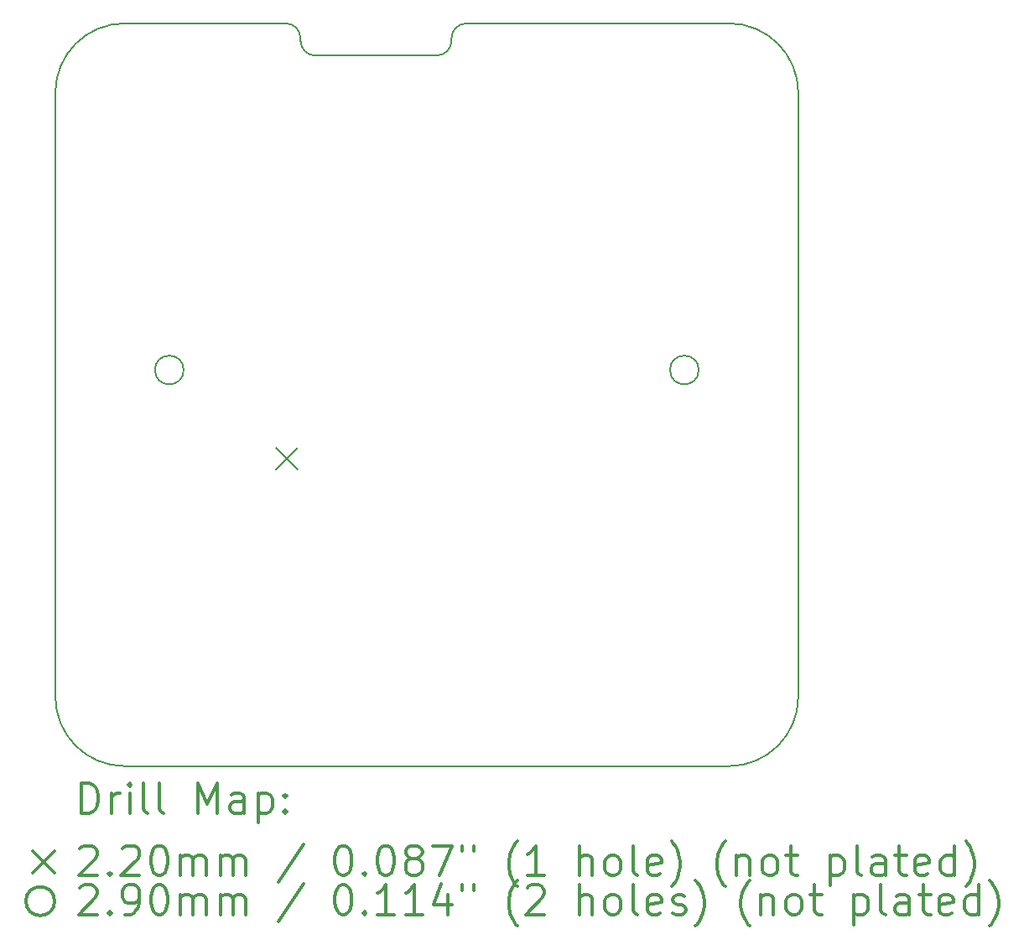
<source format=gbr>
%FSLAX45Y45*%
G04 Gerber Fmt 4.5, Leading zero omitted, Abs format (unit mm)*
G04 Created by KiCad (PCBNEW 4.0.7) date 05/11/18 23:37:20*
%MOMM*%
%LPD*%
G01*
G04 APERTURE LIST*
%ADD10C,0.127000*%
%ADD11C,0.150000*%
%ADD12C,0.200000*%
%ADD13C,0.300000*%
G04 APERTURE END LIST*
D10*
D11*
X12400000Y-7800000D02*
X12425000Y-7800000D01*
X14100000Y-7950000D02*
X14100000Y-7975000D01*
X12575000Y-7950000D02*
X12575000Y-7975000D01*
X12725000Y-8125000D02*
X13950000Y-8125000D01*
X13950000Y-8125000D02*
G75*
G03X14100000Y-7975000I0J150000D01*
G01*
X14250000Y-7800000D02*
G75*
G03X14100000Y-7950000I0J-150000D01*
G01*
X12575000Y-7975000D02*
G75*
G03X12725000Y-8125000I150000J0D01*
G01*
X12575000Y-7950000D02*
G75*
G03X12425000Y-7800000I-150000J0D01*
G01*
X10800000Y-7800000D02*
X12400000Y-7800000D01*
X14250000Y-7800000D02*
X16900000Y-7800000D01*
X10800000Y-15300000D02*
X16900000Y-15300000D01*
X10100000Y-8500000D02*
X10100000Y-14600000D01*
X17600000Y-14600000D02*
X17600000Y-8500000D01*
X17600000Y-8500000D02*
G75*
G03X16900000Y-7800000I-700000J0D01*
G01*
X10100000Y-14600000D02*
G75*
G03X10800000Y-15300000I700000J0D01*
G01*
X16900000Y-15300000D02*
G75*
G03X17600000Y-14600000I0J700000D01*
G01*
X10800000Y-7800000D02*
G75*
G03X10100000Y-8500000I0J-700000D01*
G01*
D12*
X12323300Y-12082000D02*
X12543300Y-12302000D01*
X12543300Y-12082000D02*
X12323300Y-12302000D01*
X11395000Y-11300000D02*
G75*
G03X11395000Y-11300000I-145000J0D01*
G01*
X16595000Y-11300000D02*
G75*
G03X16595000Y-11300000I-145000J0D01*
G01*
D13*
X10363929Y-15773214D02*
X10363929Y-15473214D01*
X10435357Y-15473214D01*
X10478214Y-15487500D01*
X10506786Y-15516071D01*
X10521071Y-15544643D01*
X10535357Y-15601786D01*
X10535357Y-15644643D01*
X10521071Y-15701786D01*
X10506786Y-15730357D01*
X10478214Y-15758929D01*
X10435357Y-15773214D01*
X10363929Y-15773214D01*
X10663929Y-15773214D02*
X10663929Y-15573214D01*
X10663929Y-15630357D02*
X10678214Y-15601786D01*
X10692500Y-15587500D01*
X10721071Y-15573214D01*
X10749643Y-15573214D01*
X10849643Y-15773214D02*
X10849643Y-15573214D01*
X10849643Y-15473214D02*
X10835357Y-15487500D01*
X10849643Y-15501786D01*
X10863929Y-15487500D01*
X10849643Y-15473214D01*
X10849643Y-15501786D01*
X11035357Y-15773214D02*
X11006786Y-15758929D01*
X10992500Y-15730357D01*
X10992500Y-15473214D01*
X11192500Y-15773214D02*
X11163929Y-15758929D01*
X11149643Y-15730357D01*
X11149643Y-15473214D01*
X11535357Y-15773214D02*
X11535357Y-15473214D01*
X11635357Y-15687500D01*
X11735357Y-15473214D01*
X11735357Y-15773214D01*
X12006786Y-15773214D02*
X12006786Y-15616071D01*
X11992500Y-15587500D01*
X11963928Y-15573214D01*
X11906786Y-15573214D01*
X11878214Y-15587500D01*
X12006786Y-15758929D02*
X11978214Y-15773214D01*
X11906786Y-15773214D01*
X11878214Y-15758929D01*
X11863928Y-15730357D01*
X11863928Y-15701786D01*
X11878214Y-15673214D01*
X11906786Y-15658929D01*
X11978214Y-15658929D01*
X12006786Y-15644643D01*
X12149643Y-15573214D02*
X12149643Y-15873214D01*
X12149643Y-15587500D02*
X12178214Y-15573214D01*
X12235357Y-15573214D01*
X12263928Y-15587500D01*
X12278214Y-15601786D01*
X12292500Y-15630357D01*
X12292500Y-15716071D01*
X12278214Y-15744643D01*
X12263928Y-15758929D01*
X12235357Y-15773214D01*
X12178214Y-15773214D01*
X12149643Y-15758929D01*
X12421071Y-15744643D02*
X12435357Y-15758929D01*
X12421071Y-15773214D01*
X12406786Y-15758929D01*
X12421071Y-15744643D01*
X12421071Y-15773214D01*
X12421071Y-15587500D02*
X12435357Y-15601786D01*
X12421071Y-15616071D01*
X12406786Y-15601786D01*
X12421071Y-15587500D01*
X12421071Y-15616071D01*
X9872500Y-16157500D02*
X10092500Y-16377500D01*
X10092500Y-16157500D02*
X9872500Y-16377500D01*
X10349643Y-16131786D02*
X10363929Y-16117500D01*
X10392500Y-16103214D01*
X10463929Y-16103214D01*
X10492500Y-16117500D01*
X10506786Y-16131786D01*
X10521071Y-16160357D01*
X10521071Y-16188929D01*
X10506786Y-16231786D01*
X10335357Y-16403214D01*
X10521071Y-16403214D01*
X10649643Y-16374643D02*
X10663929Y-16388929D01*
X10649643Y-16403214D01*
X10635357Y-16388929D01*
X10649643Y-16374643D01*
X10649643Y-16403214D01*
X10778214Y-16131786D02*
X10792500Y-16117500D01*
X10821071Y-16103214D01*
X10892500Y-16103214D01*
X10921071Y-16117500D01*
X10935357Y-16131786D01*
X10949643Y-16160357D01*
X10949643Y-16188929D01*
X10935357Y-16231786D01*
X10763928Y-16403214D01*
X10949643Y-16403214D01*
X11135357Y-16103214D02*
X11163929Y-16103214D01*
X11192500Y-16117500D01*
X11206786Y-16131786D01*
X11221071Y-16160357D01*
X11235357Y-16217500D01*
X11235357Y-16288929D01*
X11221071Y-16346071D01*
X11206786Y-16374643D01*
X11192500Y-16388929D01*
X11163929Y-16403214D01*
X11135357Y-16403214D01*
X11106786Y-16388929D01*
X11092500Y-16374643D01*
X11078214Y-16346071D01*
X11063929Y-16288929D01*
X11063929Y-16217500D01*
X11078214Y-16160357D01*
X11092500Y-16131786D01*
X11106786Y-16117500D01*
X11135357Y-16103214D01*
X11363928Y-16403214D02*
X11363928Y-16203214D01*
X11363928Y-16231786D02*
X11378214Y-16217500D01*
X11406786Y-16203214D01*
X11449643Y-16203214D01*
X11478214Y-16217500D01*
X11492500Y-16246071D01*
X11492500Y-16403214D01*
X11492500Y-16246071D02*
X11506786Y-16217500D01*
X11535357Y-16203214D01*
X11578214Y-16203214D01*
X11606786Y-16217500D01*
X11621071Y-16246071D01*
X11621071Y-16403214D01*
X11763928Y-16403214D02*
X11763928Y-16203214D01*
X11763928Y-16231786D02*
X11778214Y-16217500D01*
X11806786Y-16203214D01*
X11849643Y-16203214D01*
X11878214Y-16217500D01*
X11892500Y-16246071D01*
X11892500Y-16403214D01*
X11892500Y-16246071D02*
X11906786Y-16217500D01*
X11935357Y-16203214D01*
X11978214Y-16203214D01*
X12006786Y-16217500D01*
X12021071Y-16246071D01*
X12021071Y-16403214D01*
X12606786Y-16088929D02*
X12349643Y-16474643D01*
X12992500Y-16103214D02*
X13021071Y-16103214D01*
X13049643Y-16117500D01*
X13063928Y-16131786D01*
X13078214Y-16160357D01*
X13092500Y-16217500D01*
X13092500Y-16288929D01*
X13078214Y-16346071D01*
X13063928Y-16374643D01*
X13049643Y-16388929D01*
X13021071Y-16403214D01*
X12992500Y-16403214D01*
X12963928Y-16388929D01*
X12949643Y-16374643D01*
X12935357Y-16346071D01*
X12921071Y-16288929D01*
X12921071Y-16217500D01*
X12935357Y-16160357D01*
X12949643Y-16131786D01*
X12963928Y-16117500D01*
X12992500Y-16103214D01*
X13221071Y-16374643D02*
X13235357Y-16388929D01*
X13221071Y-16403214D01*
X13206786Y-16388929D01*
X13221071Y-16374643D01*
X13221071Y-16403214D01*
X13421071Y-16103214D02*
X13449643Y-16103214D01*
X13478214Y-16117500D01*
X13492500Y-16131786D01*
X13506785Y-16160357D01*
X13521071Y-16217500D01*
X13521071Y-16288929D01*
X13506785Y-16346071D01*
X13492500Y-16374643D01*
X13478214Y-16388929D01*
X13449643Y-16403214D01*
X13421071Y-16403214D01*
X13392500Y-16388929D01*
X13378214Y-16374643D01*
X13363928Y-16346071D01*
X13349643Y-16288929D01*
X13349643Y-16217500D01*
X13363928Y-16160357D01*
X13378214Y-16131786D01*
X13392500Y-16117500D01*
X13421071Y-16103214D01*
X13692500Y-16231786D02*
X13663928Y-16217500D01*
X13649643Y-16203214D01*
X13635357Y-16174643D01*
X13635357Y-16160357D01*
X13649643Y-16131786D01*
X13663928Y-16117500D01*
X13692500Y-16103214D01*
X13749643Y-16103214D01*
X13778214Y-16117500D01*
X13792500Y-16131786D01*
X13806785Y-16160357D01*
X13806785Y-16174643D01*
X13792500Y-16203214D01*
X13778214Y-16217500D01*
X13749643Y-16231786D01*
X13692500Y-16231786D01*
X13663928Y-16246071D01*
X13649643Y-16260357D01*
X13635357Y-16288929D01*
X13635357Y-16346071D01*
X13649643Y-16374643D01*
X13663928Y-16388929D01*
X13692500Y-16403214D01*
X13749643Y-16403214D01*
X13778214Y-16388929D01*
X13792500Y-16374643D01*
X13806785Y-16346071D01*
X13806785Y-16288929D01*
X13792500Y-16260357D01*
X13778214Y-16246071D01*
X13749643Y-16231786D01*
X13906785Y-16103214D02*
X14106785Y-16103214D01*
X13978214Y-16403214D01*
X14206786Y-16103214D02*
X14206786Y-16160357D01*
X14321071Y-16103214D02*
X14321071Y-16160357D01*
X14763928Y-16517500D02*
X14749643Y-16503214D01*
X14721071Y-16460357D01*
X14706785Y-16431786D01*
X14692500Y-16388929D01*
X14678214Y-16317500D01*
X14678214Y-16260357D01*
X14692500Y-16188929D01*
X14706785Y-16146071D01*
X14721071Y-16117500D01*
X14749643Y-16074643D01*
X14763928Y-16060357D01*
X15035357Y-16403214D02*
X14863928Y-16403214D01*
X14949643Y-16403214D02*
X14949643Y-16103214D01*
X14921071Y-16146071D01*
X14892500Y-16174643D01*
X14863928Y-16188929D01*
X15392500Y-16403214D02*
X15392500Y-16103214D01*
X15521071Y-16403214D02*
X15521071Y-16246071D01*
X15506785Y-16217500D01*
X15478214Y-16203214D01*
X15435357Y-16203214D01*
X15406785Y-16217500D01*
X15392500Y-16231786D01*
X15706785Y-16403214D02*
X15678214Y-16388929D01*
X15663928Y-16374643D01*
X15649643Y-16346071D01*
X15649643Y-16260357D01*
X15663928Y-16231786D01*
X15678214Y-16217500D01*
X15706785Y-16203214D01*
X15749643Y-16203214D01*
X15778214Y-16217500D01*
X15792500Y-16231786D01*
X15806785Y-16260357D01*
X15806785Y-16346071D01*
X15792500Y-16374643D01*
X15778214Y-16388929D01*
X15749643Y-16403214D01*
X15706785Y-16403214D01*
X15978214Y-16403214D02*
X15949643Y-16388929D01*
X15935357Y-16360357D01*
X15935357Y-16103214D01*
X16206786Y-16388929D02*
X16178214Y-16403214D01*
X16121071Y-16403214D01*
X16092500Y-16388929D01*
X16078214Y-16360357D01*
X16078214Y-16246071D01*
X16092500Y-16217500D01*
X16121071Y-16203214D01*
X16178214Y-16203214D01*
X16206786Y-16217500D01*
X16221071Y-16246071D01*
X16221071Y-16274643D01*
X16078214Y-16303214D01*
X16321071Y-16517500D02*
X16335357Y-16503214D01*
X16363928Y-16460357D01*
X16378214Y-16431786D01*
X16392500Y-16388929D01*
X16406786Y-16317500D01*
X16406786Y-16260357D01*
X16392500Y-16188929D01*
X16378214Y-16146071D01*
X16363928Y-16117500D01*
X16335357Y-16074643D01*
X16321071Y-16060357D01*
X16863929Y-16517500D02*
X16849643Y-16503214D01*
X16821071Y-16460357D01*
X16806786Y-16431786D01*
X16792500Y-16388929D01*
X16778214Y-16317500D01*
X16778214Y-16260357D01*
X16792500Y-16188929D01*
X16806786Y-16146071D01*
X16821071Y-16117500D01*
X16849643Y-16074643D01*
X16863929Y-16060357D01*
X16978214Y-16203214D02*
X16978214Y-16403214D01*
X16978214Y-16231786D02*
X16992500Y-16217500D01*
X17021071Y-16203214D01*
X17063929Y-16203214D01*
X17092500Y-16217500D01*
X17106786Y-16246071D01*
X17106786Y-16403214D01*
X17292500Y-16403214D02*
X17263929Y-16388929D01*
X17249643Y-16374643D01*
X17235357Y-16346071D01*
X17235357Y-16260357D01*
X17249643Y-16231786D01*
X17263929Y-16217500D01*
X17292500Y-16203214D01*
X17335357Y-16203214D01*
X17363929Y-16217500D01*
X17378214Y-16231786D01*
X17392500Y-16260357D01*
X17392500Y-16346071D01*
X17378214Y-16374643D01*
X17363929Y-16388929D01*
X17335357Y-16403214D01*
X17292500Y-16403214D01*
X17478214Y-16203214D02*
X17592500Y-16203214D01*
X17521071Y-16103214D02*
X17521071Y-16360357D01*
X17535357Y-16388929D01*
X17563929Y-16403214D01*
X17592500Y-16403214D01*
X17921071Y-16203214D02*
X17921071Y-16503214D01*
X17921071Y-16217500D02*
X17949643Y-16203214D01*
X18006786Y-16203214D01*
X18035357Y-16217500D01*
X18049643Y-16231786D01*
X18063929Y-16260357D01*
X18063929Y-16346071D01*
X18049643Y-16374643D01*
X18035357Y-16388929D01*
X18006786Y-16403214D01*
X17949643Y-16403214D01*
X17921071Y-16388929D01*
X18235357Y-16403214D02*
X18206786Y-16388929D01*
X18192500Y-16360357D01*
X18192500Y-16103214D01*
X18478214Y-16403214D02*
X18478214Y-16246071D01*
X18463929Y-16217500D01*
X18435357Y-16203214D01*
X18378214Y-16203214D01*
X18349643Y-16217500D01*
X18478214Y-16388929D02*
X18449643Y-16403214D01*
X18378214Y-16403214D01*
X18349643Y-16388929D01*
X18335357Y-16360357D01*
X18335357Y-16331786D01*
X18349643Y-16303214D01*
X18378214Y-16288929D01*
X18449643Y-16288929D01*
X18478214Y-16274643D01*
X18578214Y-16203214D02*
X18692500Y-16203214D01*
X18621072Y-16103214D02*
X18621072Y-16360357D01*
X18635357Y-16388929D01*
X18663929Y-16403214D01*
X18692500Y-16403214D01*
X18906786Y-16388929D02*
X18878214Y-16403214D01*
X18821072Y-16403214D01*
X18792500Y-16388929D01*
X18778214Y-16360357D01*
X18778214Y-16246071D01*
X18792500Y-16217500D01*
X18821072Y-16203214D01*
X18878214Y-16203214D01*
X18906786Y-16217500D01*
X18921072Y-16246071D01*
X18921072Y-16274643D01*
X18778214Y-16303214D01*
X19178214Y-16403214D02*
X19178214Y-16103214D01*
X19178214Y-16388929D02*
X19149643Y-16403214D01*
X19092500Y-16403214D01*
X19063929Y-16388929D01*
X19049643Y-16374643D01*
X19035357Y-16346071D01*
X19035357Y-16260357D01*
X19049643Y-16231786D01*
X19063929Y-16217500D01*
X19092500Y-16203214D01*
X19149643Y-16203214D01*
X19178214Y-16217500D01*
X19292500Y-16517500D02*
X19306786Y-16503214D01*
X19335357Y-16460357D01*
X19349643Y-16431786D01*
X19363929Y-16388929D01*
X19378214Y-16317500D01*
X19378214Y-16260357D01*
X19363929Y-16188929D01*
X19349643Y-16146071D01*
X19335357Y-16117500D01*
X19306786Y-16074643D01*
X19292500Y-16060357D01*
X10092500Y-16663500D02*
G75*
G03X10092500Y-16663500I-145000J0D01*
G01*
X10349643Y-16527786D02*
X10363929Y-16513500D01*
X10392500Y-16499214D01*
X10463929Y-16499214D01*
X10492500Y-16513500D01*
X10506786Y-16527786D01*
X10521071Y-16556357D01*
X10521071Y-16584929D01*
X10506786Y-16627786D01*
X10335357Y-16799214D01*
X10521071Y-16799214D01*
X10649643Y-16770643D02*
X10663929Y-16784929D01*
X10649643Y-16799214D01*
X10635357Y-16784929D01*
X10649643Y-16770643D01*
X10649643Y-16799214D01*
X10806786Y-16799214D02*
X10863928Y-16799214D01*
X10892500Y-16784929D01*
X10906786Y-16770643D01*
X10935357Y-16727786D01*
X10949643Y-16670643D01*
X10949643Y-16556357D01*
X10935357Y-16527786D01*
X10921071Y-16513500D01*
X10892500Y-16499214D01*
X10835357Y-16499214D01*
X10806786Y-16513500D01*
X10792500Y-16527786D01*
X10778214Y-16556357D01*
X10778214Y-16627786D01*
X10792500Y-16656357D01*
X10806786Y-16670643D01*
X10835357Y-16684929D01*
X10892500Y-16684929D01*
X10921071Y-16670643D01*
X10935357Y-16656357D01*
X10949643Y-16627786D01*
X11135357Y-16499214D02*
X11163929Y-16499214D01*
X11192500Y-16513500D01*
X11206786Y-16527786D01*
X11221071Y-16556357D01*
X11235357Y-16613500D01*
X11235357Y-16684929D01*
X11221071Y-16742071D01*
X11206786Y-16770643D01*
X11192500Y-16784929D01*
X11163929Y-16799214D01*
X11135357Y-16799214D01*
X11106786Y-16784929D01*
X11092500Y-16770643D01*
X11078214Y-16742071D01*
X11063929Y-16684929D01*
X11063929Y-16613500D01*
X11078214Y-16556357D01*
X11092500Y-16527786D01*
X11106786Y-16513500D01*
X11135357Y-16499214D01*
X11363928Y-16799214D02*
X11363928Y-16599214D01*
X11363928Y-16627786D02*
X11378214Y-16613500D01*
X11406786Y-16599214D01*
X11449643Y-16599214D01*
X11478214Y-16613500D01*
X11492500Y-16642071D01*
X11492500Y-16799214D01*
X11492500Y-16642071D02*
X11506786Y-16613500D01*
X11535357Y-16599214D01*
X11578214Y-16599214D01*
X11606786Y-16613500D01*
X11621071Y-16642071D01*
X11621071Y-16799214D01*
X11763928Y-16799214D02*
X11763928Y-16599214D01*
X11763928Y-16627786D02*
X11778214Y-16613500D01*
X11806786Y-16599214D01*
X11849643Y-16599214D01*
X11878214Y-16613500D01*
X11892500Y-16642071D01*
X11892500Y-16799214D01*
X11892500Y-16642071D02*
X11906786Y-16613500D01*
X11935357Y-16599214D01*
X11978214Y-16599214D01*
X12006786Y-16613500D01*
X12021071Y-16642071D01*
X12021071Y-16799214D01*
X12606786Y-16484929D02*
X12349643Y-16870643D01*
X12992500Y-16499214D02*
X13021071Y-16499214D01*
X13049643Y-16513500D01*
X13063928Y-16527786D01*
X13078214Y-16556357D01*
X13092500Y-16613500D01*
X13092500Y-16684929D01*
X13078214Y-16742071D01*
X13063928Y-16770643D01*
X13049643Y-16784929D01*
X13021071Y-16799214D01*
X12992500Y-16799214D01*
X12963928Y-16784929D01*
X12949643Y-16770643D01*
X12935357Y-16742071D01*
X12921071Y-16684929D01*
X12921071Y-16613500D01*
X12935357Y-16556357D01*
X12949643Y-16527786D01*
X12963928Y-16513500D01*
X12992500Y-16499214D01*
X13221071Y-16770643D02*
X13235357Y-16784929D01*
X13221071Y-16799214D01*
X13206786Y-16784929D01*
X13221071Y-16770643D01*
X13221071Y-16799214D01*
X13521071Y-16799214D02*
X13349643Y-16799214D01*
X13435357Y-16799214D02*
X13435357Y-16499214D01*
X13406785Y-16542071D01*
X13378214Y-16570643D01*
X13349643Y-16584929D01*
X13806785Y-16799214D02*
X13635357Y-16799214D01*
X13721071Y-16799214D02*
X13721071Y-16499214D01*
X13692500Y-16542071D01*
X13663928Y-16570643D01*
X13635357Y-16584929D01*
X14063928Y-16599214D02*
X14063928Y-16799214D01*
X13992500Y-16484929D02*
X13921071Y-16699214D01*
X14106785Y-16699214D01*
X14206786Y-16499214D02*
X14206786Y-16556357D01*
X14321071Y-16499214D02*
X14321071Y-16556357D01*
X14763928Y-16913500D02*
X14749643Y-16899214D01*
X14721071Y-16856357D01*
X14706785Y-16827786D01*
X14692500Y-16784929D01*
X14678214Y-16713500D01*
X14678214Y-16656357D01*
X14692500Y-16584929D01*
X14706785Y-16542071D01*
X14721071Y-16513500D01*
X14749643Y-16470643D01*
X14763928Y-16456357D01*
X14863928Y-16527786D02*
X14878214Y-16513500D01*
X14906785Y-16499214D01*
X14978214Y-16499214D01*
X15006785Y-16513500D01*
X15021071Y-16527786D01*
X15035357Y-16556357D01*
X15035357Y-16584929D01*
X15021071Y-16627786D01*
X14849643Y-16799214D01*
X15035357Y-16799214D01*
X15392500Y-16799214D02*
X15392500Y-16499214D01*
X15521071Y-16799214D02*
X15521071Y-16642071D01*
X15506785Y-16613500D01*
X15478214Y-16599214D01*
X15435357Y-16599214D01*
X15406785Y-16613500D01*
X15392500Y-16627786D01*
X15706785Y-16799214D02*
X15678214Y-16784929D01*
X15663928Y-16770643D01*
X15649643Y-16742071D01*
X15649643Y-16656357D01*
X15663928Y-16627786D01*
X15678214Y-16613500D01*
X15706785Y-16599214D01*
X15749643Y-16599214D01*
X15778214Y-16613500D01*
X15792500Y-16627786D01*
X15806785Y-16656357D01*
X15806785Y-16742071D01*
X15792500Y-16770643D01*
X15778214Y-16784929D01*
X15749643Y-16799214D01*
X15706785Y-16799214D01*
X15978214Y-16799214D02*
X15949643Y-16784929D01*
X15935357Y-16756357D01*
X15935357Y-16499214D01*
X16206786Y-16784929D02*
X16178214Y-16799214D01*
X16121071Y-16799214D01*
X16092500Y-16784929D01*
X16078214Y-16756357D01*
X16078214Y-16642071D01*
X16092500Y-16613500D01*
X16121071Y-16599214D01*
X16178214Y-16599214D01*
X16206786Y-16613500D01*
X16221071Y-16642071D01*
X16221071Y-16670643D01*
X16078214Y-16699214D01*
X16335357Y-16784929D02*
X16363928Y-16799214D01*
X16421071Y-16799214D01*
X16449643Y-16784929D01*
X16463928Y-16756357D01*
X16463928Y-16742071D01*
X16449643Y-16713500D01*
X16421071Y-16699214D01*
X16378214Y-16699214D01*
X16349643Y-16684929D01*
X16335357Y-16656357D01*
X16335357Y-16642071D01*
X16349643Y-16613500D01*
X16378214Y-16599214D01*
X16421071Y-16599214D01*
X16449643Y-16613500D01*
X16563928Y-16913500D02*
X16578214Y-16899214D01*
X16606786Y-16856357D01*
X16621071Y-16827786D01*
X16635357Y-16784929D01*
X16649643Y-16713500D01*
X16649643Y-16656357D01*
X16635357Y-16584929D01*
X16621071Y-16542071D01*
X16606786Y-16513500D01*
X16578214Y-16470643D01*
X16563928Y-16456357D01*
X17106786Y-16913500D02*
X17092500Y-16899214D01*
X17063928Y-16856357D01*
X17049643Y-16827786D01*
X17035357Y-16784929D01*
X17021071Y-16713500D01*
X17021071Y-16656357D01*
X17035357Y-16584929D01*
X17049643Y-16542071D01*
X17063928Y-16513500D01*
X17092500Y-16470643D01*
X17106786Y-16456357D01*
X17221071Y-16599214D02*
X17221071Y-16799214D01*
X17221071Y-16627786D02*
X17235357Y-16613500D01*
X17263928Y-16599214D01*
X17306786Y-16599214D01*
X17335357Y-16613500D01*
X17349643Y-16642071D01*
X17349643Y-16799214D01*
X17535357Y-16799214D02*
X17506786Y-16784929D01*
X17492500Y-16770643D01*
X17478214Y-16742071D01*
X17478214Y-16656357D01*
X17492500Y-16627786D01*
X17506786Y-16613500D01*
X17535357Y-16599214D01*
X17578214Y-16599214D01*
X17606786Y-16613500D01*
X17621071Y-16627786D01*
X17635357Y-16656357D01*
X17635357Y-16742071D01*
X17621071Y-16770643D01*
X17606786Y-16784929D01*
X17578214Y-16799214D01*
X17535357Y-16799214D01*
X17721071Y-16599214D02*
X17835357Y-16599214D01*
X17763929Y-16499214D02*
X17763929Y-16756357D01*
X17778214Y-16784929D01*
X17806786Y-16799214D01*
X17835357Y-16799214D01*
X18163929Y-16599214D02*
X18163929Y-16899214D01*
X18163929Y-16613500D02*
X18192500Y-16599214D01*
X18249643Y-16599214D01*
X18278214Y-16613500D01*
X18292500Y-16627786D01*
X18306786Y-16656357D01*
X18306786Y-16742071D01*
X18292500Y-16770643D01*
X18278214Y-16784929D01*
X18249643Y-16799214D01*
X18192500Y-16799214D01*
X18163929Y-16784929D01*
X18478214Y-16799214D02*
X18449643Y-16784929D01*
X18435357Y-16756357D01*
X18435357Y-16499214D01*
X18721071Y-16799214D02*
X18721071Y-16642071D01*
X18706786Y-16613500D01*
X18678214Y-16599214D01*
X18621071Y-16599214D01*
X18592500Y-16613500D01*
X18721071Y-16784929D02*
X18692500Y-16799214D01*
X18621071Y-16799214D01*
X18592500Y-16784929D01*
X18578214Y-16756357D01*
X18578214Y-16727786D01*
X18592500Y-16699214D01*
X18621071Y-16684929D01*
X18692500Y-16684929D01*
X18721071Y-16670643D01*
X18821071Y-16599214D02*
X18935357Y-16599214D01*
X18863929Y-16499214D02*
X18863929Y-16756357D01*
X18878214Y-16784929D01*
X18906786Y-16799214D01*
X18935357Y-16799214D01*
X19149643Y-16784929D02*
X19121072Y-16799214D01*
X19063929Y-16799214D01*
X19035357Y-16784929D01*
X19021072Y-16756357D01*
X19021072Y-16642071D01*
X19035357Y-16613500D01*
X19063929Y-16599214D01*
X19121072Y-16599214D01*
X19149643Y-16613500D01*
X19163929Y-16642071D01*
X19163929Y-16670643D01*
X19021072Y-16699214D01*
X19421072Y-16799214D02*
X19421072Y-16499214D01*
X19421072Y-16784929D02*
X19392500Y-16799214D01*
X19335357Y-16799214D01*
X19306786Y-16784929D01*
X19292500Y-16770643D01*
X19278214Y-16742071D01*
X19278214Y-16656357D01*
X19292500Y-16627786D01*
X19306786Y-16613500D01*
X19335357Y-16599214D01*
X19392500Y-16599214D01*
X19421072Y-16613500D01*
X19535357Y-16913500D02*
X19549643Y-16899214D01*
X19578214Y-16856357D01*
X19592500Y-16827786D01*
X19606786Y-16784929D01*
X19621072Y-16713500D01*
X19621072Y-16656357D01*
X19606786Y-16584929D01*
X19592500Y-16542071D01*
X19578214Y-16513500D01*
X19549643Y-16470643D01*
X19535357Y-16456357D01*
M02*

</source>
